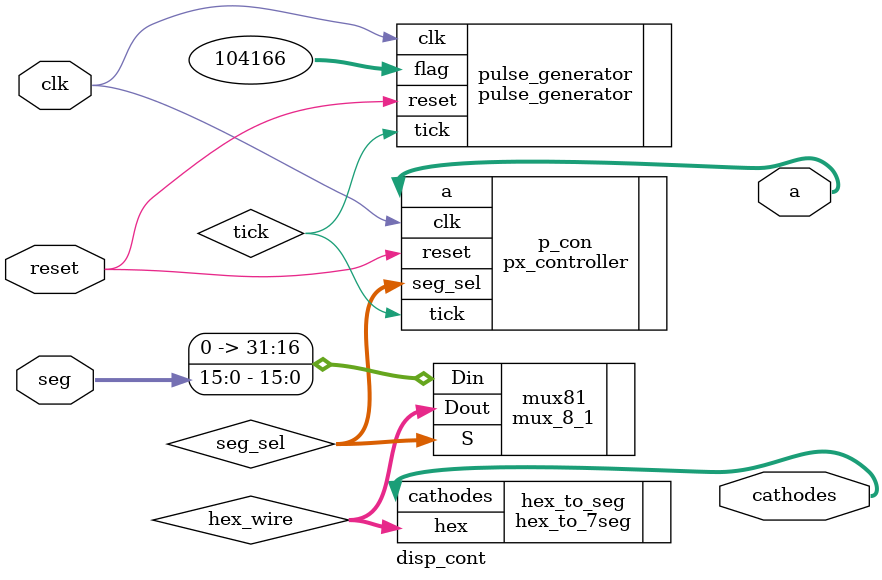
<source format=v>
/*****************************************************
 * File Name: disp_cont.v
 * Project: Lab08 
 * Designer: Dong Jae Shin (014579836)
 * Email: djok0127@gmail.com
 * Rev. Date:  May 7, 2018
 *
 *
 * Purpose: This module is the top module for
 *          displaying the hex value on to the
 *          LED. This module makes the LED to turn
 *          on one by one that refreshes every 2.08ms
 *          and display the hex value converted on
 *          to the seven segment display.
 * 
 * Notes: The refresh rate is calculated by dividing 1
 *        by the frequency necessary(1/480hz).
 *        480Hz is calculated by multiplying 60Hz with 8,
 *        because there are 8 7-segment displays
 *        in total. Therefore, 480Hz will give
 *        scanned display of 60Hz.
 *****************************************************/
`timescale 1ns / 1ps
module disp_cont(
    input clk,
    input reset,
    input  [15:0] seg,
    output  [7:0] a,
    output  [6:0] cathodes
    );
     
    //******************
    // wire declaration.
    //******************
    wire       clk_wire_1;
    wire [2:0] seg_sel;
    wire [3:0] hex_wire;
    wire 		tick;
	 

	
    //******************************************************************
    // initialization of the modules and putting them together into one.
    //****************************************************************** 
    pulse_generator pulse_generator(.clk(clk),			// Input
												.reset(reset),		// Input
												.flag(104_166),	// Input
												.tick(tick)			// Output
												);		
     
    px_controller p_con( .clk(clk),  			// Input
                                 .reset(reset),       // Input
								 .tick(tick),			// Input
                                 .a(a),               // Output
                                 .seg_sel(seg_sel)    // Output
											);
  
    mux_8_1             mux81( .S(seg_sel),         // Input  
                                 .Din({16'b0,seg}),           // Input  
                                 .Dout(hex_wire)      // Output 
                               );
  
    hex_to_7seg      hex_to_seg( .hex(hex_wire),   	// Input
                                 .cathodes(cathodes)  // Output
                               );

endmodule

</source>
